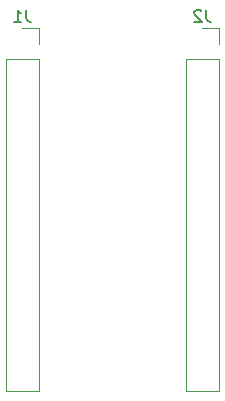
<source format=gbr>
%TF.GenerationSoftware,KiCad,Pcbnew,9.0.2-9.0.2-0~ubuntu24.04.1*%
%TF.CreationDate,2025-06-25T14:04:04-04:00*%
%TF.ProjectId,tiny-avr,74696e79-2d61-4767-922e-6b696361645f,rev?*%
%TF.SameCoordinates,Original*%
%TF.FileFunction,Legend,Bot*%
%TF.FilePolarity,Positive*%
%FSLAX46Y46*%
G04 Gerber Fmt 4.6, Leading zero omitted, Abs format (unit mm)*
G04 Created by KiCad (PCBNEW 9.0.2-9.0.2-0~ubuntu24.04.1) date 2025-06-25 14:04:04*
%MOMM*%
%LPD*%
G01*
G04 APERTURE LIST*
%ADD10C,0.150000*%
%ADD11C,0.120000*%
G04 APERTURE END LIST*
D10*
X86693333Y-34634819D02*
X86693333Y-35349104D01*
X86693333Y-35349104D02*
X86740952Y-35491961D01*
X86740952Y-35491961D02*
X86836190Y-35587200D01*
X86836190Y-35587200D02*
X86979047Y-35634819D01*
X86979047Y-35634819D02*
X87074285Y-35634819D01*
X86264761Y-34730057D02*
X86217142Y-34682438D01*
X86217142Y-34682438D02*
X86121904Y-34634819D01*
X86121904Y-34634819D02*
X85883809Y-34634819D01*
X85883809Y-34634819D02*
X85788571Y-34682438D01*
X85788571Y-34682438D02*
X85740952Y-34730057D01*
X85740952Y-34730057D02*
X85693333Y-34825295D01*
X85693333Y-34825295D02*
X85693333Y-34920533D01*
X85693333Y-34920533D02*
X85740952Y-35063390D01*
X85740952Y-35063390D02*
X86312380Y-35634819D01*
X86312380Y-35634819D02*
X85693333Y-35634819D01*
X71453333Y-34634819D02*
X71453333Y-35349104D01*
X71453333Y-35349104D02*
X71500952Y-35491961D01*
X71500952Y-35491961D02*
X71596190Y-35587200D01*
X71596190Y-35587200D02*
X71739047Y-35634819D01*
X71739047Y-35634819D02*
X71834285Y-35634819D01*
X70453333Y-35634819D02*
X71024761Y-35634819D01*
X70739047Y-35634819D02*
X70739047Y-34634819D01*
X70739047Y-34634819D02*
X70834285Y-34777676D01*
X70834285Y-34777676D02*
X70929523Y-34872914D01*
X70929523Y-34872914D02*
X71024761Y-34920533D01*
D11*
%TO.C,J2*%
X87740000Y-36180000D02*
X86360000Y-36180000D01*
X87740000Y-37560000D02*
X87740000Y-36180000D01*
X87740000Y-38830000D02*
X87740000Y-66880000D01*
X87740000Y-38830000D02*
X84980000Y-38830000D01*
X87740000Y-66880000D02*
X84980000Y-66880000D01*
X84980000Y-38830000D02*
X84980000Y-66880000D01*
%TO.C,J1*%
X72500000Y-36180000D02*
X71120000Y-36180000D01*
X72500000Y-37560000D02*
X72500000Y-36180000D01*
X72500000Y-38830000D02*
X72500000Y-66880000D01*
X72500000Y-38830000D02*
X69740000Y-38830000D01*
X72500000Y-66880000D02*
X69740000Y-66880000D01*
X69740000Y-38830000D02*
X69740000Y-66880000D01*
%TD*%
M02*

</source>
